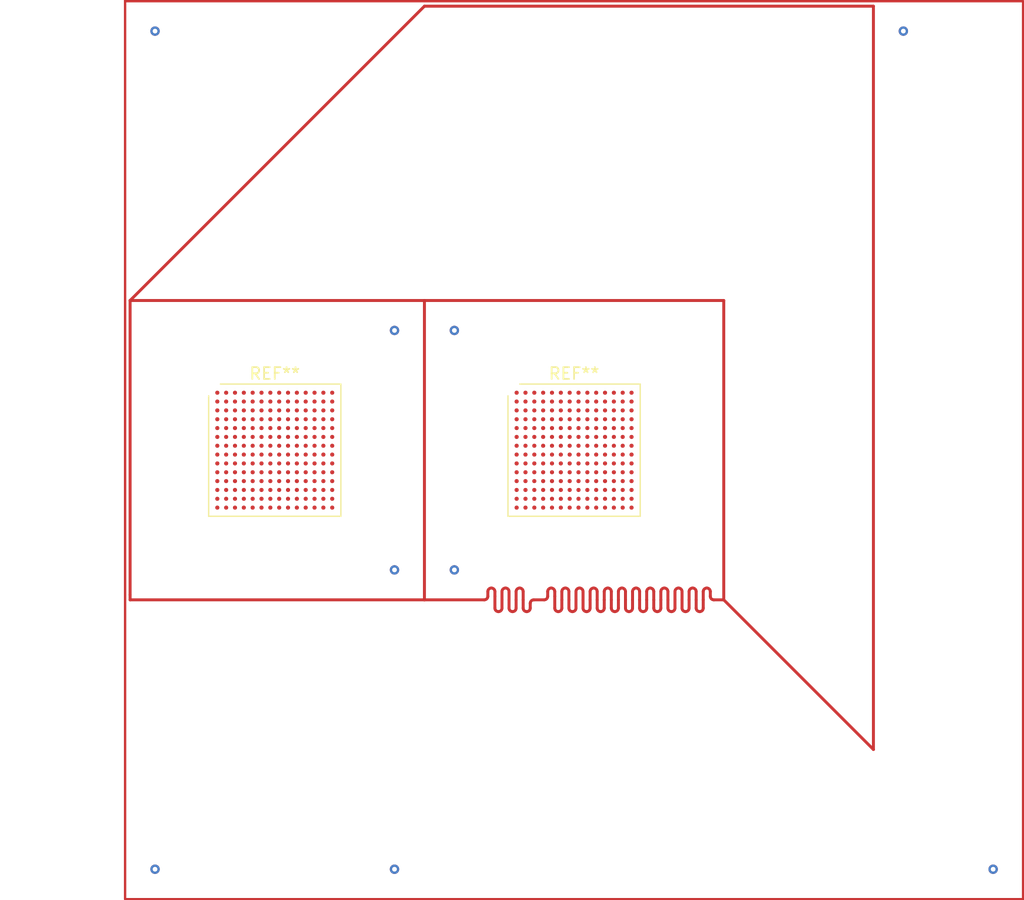
<source format=kicad_pcb>
(kicad_pcb (version 20221018) (generator pcbnew)
  (layers (0 "F.Cu" signal) (31 "B.Cu" signal) (34 "B.Paste" user) (35 "F.Paste" user) (36 "B.SilkS" user "B.Silkscreen") (37 "F.SilkS" user "F.Silkscreen") (38 "B.Mask" user) (39 "F.Mask" user) (44 "Edge.Cuts" user))
  (net 0 "")
  (footprint "Package_BGA:Microchip_TFBGA-196_11x11mm_Layout14x14_P0.75mm_SMD" (layer "F.Cu") (at 139.7 114.3)
    (fp_text reference "REF**")
    (fp_text value "Microchip_TFBGA-196_11x11mm_Layout14x14_P0.75mm_SMD")
  )
  (footprint "Package_BGA:Microchip_TFBGA-196_11x11mm_Layout14x14_P0.75mm_SMD" (layer "F.Cu") (at 114.3 114.3)
    (fp_text reference "REF**")
    (fp_text value "Microchip_TFBGA-196_11x11mm_Layout14x14_P0.75mm_SMD")
  )
  (gr_rect (start 101.6 76.2) (end 177.8 152.4) (stroke (width 0.2)) (fill none) (layer "F.Cu"))
  (segment (start 141.66 126.3) (end 141.66 127) (width 0.25) (layer "F.Cu") (net 0))
  (segment (start 148.86 126.3) (end 148.86 127) (width 0.25) (layer "F.Cu") (net 0))
  (segment (start 127 127) (end 132.08 127) (width 0.25) (layer "F.Cu") (net 0))
  (segment (start 138.66 127.7) (end 138.66 127) (width 0.25) (layer "F.Cu") (net 0))
  (segment (start 134.18 126.3) (end 134.18 127) (width 0.25) (layer "F.Cu") (net 0))
  (segment (start 146.46 127) (end 146.46 127.7) (width 0.25) (layer "F.Cu") (net 0))
  (segment (start 150.66 127) (end 150.66 126.3) (width 0.25) (layer "F.Cu") (net 0))
  (segment (start 144.66 127) (end 144.66 126.3) (width 0.25) (layer "F.Cu") (net 0))
  (segment (start 142.26 127.7) (end 142.26 127) (width 0.25) (layer "F.Cu") (net 0))
  (segment (start 135.38 126.3) (end 135.38 127) (width 0.25) (layer "F.Cu") (net 0))
  (segment (start 139.86 127.7) (end 139.86 127) (width 0.25) (layer "F.Cu") (net 0))
  (segment (start 149.46 127.7) (end 149.46 127) (width 0.25) (layer "F.Cu") (net 0))
  (segment (start 151.26 126.3) (end 151.26 126.7) (width 0.25) (layer "F.Cu") (net 0))
  (segment (start 152.4 127) (end 165.1 139.7) (width 0.25) (layer "F.Cu") (net 0))
  (segment (start 151.56 127) (end 152.4 127) (width 0.25) (layer "F.Cu") (net 0))
  (segment (start 148.26 127.7) (end 148.26 127) (width 0.25) (layer "F.Cu") (net 0))
  (segment (start 146.46 126.3) (end 146.46 127) (width 0.25) (layer "F.Cu") (net 0))
  (segment (start 141.06 127) (end 141.06 126.3) (width 0.25) (layer "F.Cu") (net 0))
  (segment (start 142.86 127) (end 142.86 127.7) (width 0.25) (layer "F.Cu") (net 0))
  (segment (start 141.06 127.7) (end 141.06 127) (width 0.25) (layer "F.Cu") (net 0))
  (segment (start 145.26 127) (end 145.26 127.7) (width 0.25) (layer "F.Cu") (net 0))
  (segment (start 133.58 127) (end 133.58 126.3) (width 0.25) (layer "F.Cu") (net 0))
  (segment (start 150.06 127) (end 150.06 127.7) (width 0.25) (layer "F.Cu") (net 0))
  (segment (start 127 76.625) (end 102.025 101.6) (width 0.25) (layer "F.Cu") (net 0))
  (segment (start 138.66 127) (end 138.66 126.3) (width 0.25) (layer "F.Cu") (net 0))
  (segment (start 145.86 127.7) (end 145.86 127) (width 0.25) (layer "F.Cu") (net 0))
  (segment (start 147.06 127.7) (end 147.06 127) (width 0.25) (layer "F.Cu") (net 0))
  (segment (start 127 127) (end 127 101.6) (width 0.25) (layer "F.Cu") (net 0))
  (segment (start 150.06 126.3) (end 150.06 127) (width 0.25) (layer "F.Cu") (net 0))
  (segment (start 144.06 127) (end 144.06 127.7) (width 0.25) (layer "F.Cu") (net 0))
  (segment (start 139.86 127) (end 139.86 126.3) (width 0.25) (layer "F.Cu") (net 0))
  (segment (start 134.78 127) (end 134.78 126.3) (width 0.25) (layer "F.Cu") (net 0))
  (segment (start 143.46 127) (end 143.46 126.3) (width 0.25) (layer "F.Cu") (net 0))
  (segment (start 127 101.6) (end 102.025 101.6) (width 0.25) (layer "F.Cu") (net 0))
  (segment (start 135.38 127) (end 135.38 127.7) (width 0.25) (layer "F.Cu") (net 0))
  (segment (start 132.98 126.7) (end 132.98 127.7) (width 0.25) (layer "F.Cu") (net 0))
  (segment (start 102.025 126.575) (end 102.025 127) (width 0.25) (layer "F.Cu") (net 0))
  (segment (start 133.58 127.7) (end 133.58 127) (width 0.25) (layer "F.Cu") (net 0))
  (segment (start 140.46 127) (end 140.46 127.7) (width 0.25) (layer "F.Cu") (net 0))
  (segment (start 165.1 76.625) (end 127 76.625) (width 0.25) (layer "F.Cu") (net 0))
  (segment (start 140.46 126.3) (end 140.46 127) (width 0.25) (layer "F.Cu") (net 0))
  (segment (start 142.26 127) (end 142.26 126.3) (width 0.25) (layer "F.Cu") (net 0))
  (segment (start 137.46 126.7) (end 137.46 126.3) (width 0.25) (layer "F.Cu") (net 0))
  (segment (start 148.26 127) (end 148.26 126.3) (width 0.25) (layer "F.Cu") (net 0))
  (segment (start 152.4 101.6) (end 152.4 127) (width 0.25) (layer "F.Cu") (net 0))
  (segment (start 165.1 139.7) (end 165.1 76.625) (width 0.25) (layer "F.Cu") (net 0))
  (segment (start 147.66 127) (end 147.66 127.7) (width 0.25) (layer "F.Cu") (net 0))
  (segment (start 144.66 127.7) (end 144.66 127) (width 0.25) (layer "F.Cu") (net 0))
  (segment (start 143.46 127.7) (end 143.46 127) (width 0.25) (layer "F.Cu") (net 0))
  (segment (start 150.66 127.7) (end 150.66 127) (width 0.25) (layer "F.Cu") (net 0))
  (segment (start 132.98 126.3) (end 132.98 126.7) (width 0.25) (layer "F.Cu") (net 0))
  (segment (start 145.86 127) (end 145.86 126.3) (width 0.25) (layer "F.Cu") (net 0))
  (segment (start 139.26 126.3) (end 139.26 127) (width 0.25) (layer "F.Cu") (net 0))
  (segment (start 147.66 126.3) (end 147.66 127) (width 0.25) (layer "F.Cu") (net 0))
  (segment (start 127 101.6) (end 152.4 101.6) (width 0.25) (layer "F.Cu") (net 0))
  (segment (start 102.025 101.6) (end 102.025 126.575) (width 0.25) (layer "F.Cu") (net 0))
  (segment (start 144.06 126.3) (end 144.06 127) (width 0.25) (layer "F.Cu") (net 0))
  (segment (start 138.06 126.3) (end 138.06 126.7) (width 0.25) (layer "F.Cu") (net 0))
  (segment (start 145.26 126.3) (end 145.26 127) (width 0.25) (layer "F.Cu") (net 0))
  (segment (start 139.26 127) (end 139.26 127.7) (width 0.25) (layer "F.Cu") (net 0))
  (segment (start 149.46 127) (end 149.46 126.3) (width 0.25) (layer "F.Cu") (net 0))
  (segment (start 147.06 127) (end 147.06 126.3) (width 0.25) (layer "F.Cu") (net 0))
  (segment (start 102.025 127) (end 127 127) (width 0.25) (layer "F.Cu") (net 0))
  (segment (start 134.78 127.7) (end 134.78 127) (width 0.25) (layer "F.Cu") (net 0))
  (segment (start 132.38 126.7) (end 132.38 126.3) (width 0.25) (layer "F.Cu") (net 0))
  (segment (start 138.06 126.7) (end 138.06 127.7) (width 0.25) (layer "F.Cu") (net 0))
  (segment (start 141.66 127) (end 141.66 127.7) (width 0.25) (layer "F.Cu") (net 0))
  (segment (start 134.18 127) (end 134.18 127.7) (width 0.25) (layer "F.Cu") (net 0))
  (segment (start 142.86 126.3) (end 142.86 127) (width 0.25) (layer "F.Cu") (net 0))
  (segment (start 148.86 127) (end 148.86 127.7) (width 0.25) (layer "F.Cu") (net 0))
  (segment (start 136.28 127) (end 137.16 127) (width 0.25) (layer "F.Cu") (net 0))
  (segment (start 135.98 127.7) (end 135.98 127.3) (width 0.25) (layer "F.Cu") (net 0))
  (via (at 175.26 149.86) (size 0.8) (drill 0.4) (layers "F.Cu" "B.Cu") (net 0))
  (via (at 167.64 78.74) (size 0.8) (drill 0.4) (layers "F.Cu" "B.Cu") (net 0))
  (via (at 104.14 78.74) (size 0.8) (drill 0.4) (layers "F.Cu" "B.Cu") (net 0))
  (via (at 124.46 149.86) (size 0.8) (drill 0.4) (layers "F.Cu" "B.Cu") (net 0))
  (via (at 124.46 104.14) (size 0.8) (drill 0.4) (layers "F.Cu" "B.Cu") (net 0))
  (via (at 124.46 124.46) (size 0.8) (drill 0.4) (layers "F.Cu" "B.Cu") (net 0))
  (via (at 129.54 104.14) (size 0.8) (drill 0.4) (layers "F.Cu" "B.Cu") (net 0))
  (via (at 129.54 124.46) (size 0.8) (drill 0.4) (layers "F.Cu" "B.Cu") (net 0))
  (via (at 104.14 149.86) (size 0.8) (drill 0.4) (layers "F.Cu" "B.Cu") (net 0))
  (arc (start 135.98 127.3) (mid 136.067868 127.087868) (end 136.28 127) (width 0.25) (layer "F.Cu") (net 0))
  (arc (start 140.46 127.7) (mid 140.547868 127.912132) (end 140.76 128) (width 0.25) (layer "F.Cu") (net 0))
  (arc (start 134.78 126.3) (mid 134.867868 126.087868) (end 135.08 126) (width 0.25) (layer "F.Cu") (net 0))
  (arc (start 137.46 126.3) (mid 137.547868 126.087868) (end 137.76 126) (width 0.25) (layer "F.Cu") (net 0))
  (arc (start 143.76 126) (mid 143.972132 126.087868) (end 144.06 126.3) (width 0.25) (layer "F.Cu") (net 0))
  (arc (start 133.28 128) (mid 133.492132 127.912132) (end 133.58 127.7) (width 0.25) (layer "F.Cu") (net 0))
  (arc (start 147.06 126.3) (mid 147.147868 126.087868) (end 147.36 126) (width 0.25) (layer "F.Cu") (net 0))
  (arc (start 150.96 126) (mid 151.172132 126.087868) (end 151.26 126.3) (width 0.25) (layer "F.Cu") (net 0))
  (arc (start 142.56 126) (mid 142.772132 126.087868) (end 142.86 126.3) (width 0.25) (layer "F.Cu") (net 0))
  (arc (start 139.56 128) (mid 139.772132 127.912132) (end 139.86 127.7) (width 0.25) (layer "F.Cu") (net 0))
  (arc (start 145.86 126.3) (mid 145.947868 126.087868) (end 146.16 126) (width 0.25) (layer "F.Cu") (net 0))
  (arc (start 133.88 126) (mid 134.092132 126.087868) (end 134.18 126.3) (width 0.25) (layer "F.Cu") (net 0))
  (arc (start 140.16 126) (mid 140.372132 126.087868) (end 140.46 126.3) (width 0.25) (layer "F.Cu") (net 0))
  (arc (start 146.16 126) (mid 146.372132 126.087868) (end 146.46 126.3) (width 0.25) (layer "F.Cu") (net 0))
  (arc (start 148.26 126.3) (mid 148.347868 126.087868) (end 148.56 126) (width 0.25) (layer "F.Cu") (net 0))
  (arc (start 138.36 128) (mid 138.572132 127.912132) (end 138.66 127.7) (width 0.25) (layer "F.Cu") (net 0))
  (arc (start 147.96 128) (mid 148.172132 127.912132) (end 148.26 127.7) (width 0.25) (layer "F.Cu") (net 0))
  (arc (start 134.18 127.7) (mid 134.267868 127.912132) (end 134.48 128) (width 0.25) (layer "F.Cu") (net 0))
  (arc (start 138.06 127.7) (mid 138.147868 127.912132) (end 138.36 128) (width 0.25) (layer "F.Cu") (net 0))
  (arc (start 146.76 128) (mid 146.972132 127.912132) (end 147.06 127.7) (width 0.25) (layer "F.Cu") (net 0))
  (arc (start 143.46 126.3) (mid 143.547868 126.087868) (end 143.76 126) (width 0.25) (layer "F.Cu") (net 0))
  (arc (start 133.58 126.3) (mid 133.667868 126.087868) (end 133.88 126) (width 0.25) (layer "F.Cu") (net 0))
  (arc (start 144.06 127.7) (mid 144.147868 127.912132) (end 144.36 128) (width 0.25) (layer "F.Cu") (net 0))
  (arc (start 144.96 126) (mid 145.172132 126.087868) (end 145.26 126.3) (width 0.25) (layer "F.Cu") (net 0))
  (arc (start 143.16 128) (mid 143.372132 127.912132) (end 143.46 127.7) (width 0.25) (layer "F.Cu") (net 0))
  (arc (start 144.36 128) (mid 144.572132 127.912132) (end 144.66 127.7) (width 0.25) (layer "F.Cu") (net 0))
  (arc (start 142.86 127.7) (mid 142.947868 127.912132) (end 143.16 128) (width 0.25) (layer "F.Cu") (net 0))
  (arc (start 147.36 126) (mid 147.572132 126.087868) (end 147.66 126.3) (width 0.25) (layer "F.Cu") (net 0))
  (arc (start 137.76 126) (mid 137.972132 126.087868) (end 138.06 126.3) (width 0.25) (layer "F.Cu") (net 0))
  (arc (start 135.38 127.7) (mid 135.467868 127.912132) (end 135.68 128) (width 0.25) (layer "F.Cu") (net 0))
  (arc (start 145.26 127.7) (mid 145.347868 127.912132) (end 145.56 128) (width 0.25) (layer "F.Cu") (net 0))
  (arc (start 141.36 126) (mid 141.572132 126.087868) (end 141.66 126.3) (width 0.25) (layer "F.Cu") (net 0))
  (arc (start 141.06 126.3) (mid 141.147868 126.087868) (end 141.36 126) (width 0.25) (layer "F.Cu") (net 0))
  (arc (start 144.66 126.3) (mid 144.747868 126.087868) (end 144.96 126) (width 0.25) (layer "F.Cu") (net 0))
  (arc (start 134.48 128) (mid 134.692132 127.912132) (end 134.78 127.7) (width 0.25) (layer "F.Cu") (net 0))
  (arc (start 139.86 126.3) (mid 139.947868 126.087868) (end 140.16 126) (width 0.25) (layer "F.Cu") (net 0))
  (arc (start 139.26 127.7) (mid 139.347868 127.912132) (end 139.56 128) (width 0.25) (layer "F.Cu") (net 0))
  (arc (start 132.08 127) (mid 132.292132 126.912132) (end 132.38 126.7) (width 0.25) (layer "F.Cu") (net 0))
  (arc (start 132.98 127.7) (mid 133.067868 127.912132) (end 133.28 128) (width 0.25) (layer "F.Cu") (net 0))
  (arc (start 149.46 126.3) (mid 149.547868 126.087868) (end 149.76 126) (width 0.25) (layer "F.Cu") (net 0))
  (arc (start 146.46 127.7) (mid 146.547868 127.912132) (end 146.76 128) (width 0.25) (layer "F.Cu") (net 0))
  (arc (start 147.66 127.7) (mid 147.747868 127.912132) (end 147.96 128) (width 0.25) (layer "F.Cu") (net 0))
  (arc (start 150.06 127.7) (mid 150.147868 127.912132) (end 150.36 128) (width 0.25) (layer "F.Cu") (net 0))
  (arc (start 148.86 127.7) (mid 148.947868 127.912132) (end 149.16 128) (width 0.25) (layer "F.Cu") (net 0))
  (arc (start 141.96 128) (mid 142.172132 127.912132) (end 142.26 127.7) (width 0.25) (layer "F.Cu") (net 0))
  (arc (start 145.56 128) (mid 145.772132 127.912132) (end 145.86 127.7) (width 0.25) (layer "F.Cu") (net 0))
  (arc (start 132.38 126.3) (mid 132.467868 126.087868) (end 132.68 126) (width 0.25) (layer "F.Cu") (net 0))
  (arc (start 150.66 126.3) (mid 150.747868 126.087868) (end 150.96 126) (width 0.25) (layer "F.Cu") (net 0))
  (arc (start 142.26 126.3) (mid 142.347868 126.087868) (end 142.56 126) (width 0.25) (layer "F.Cu") (net 0))
  (arc (start 141.66 127.7) (mid 141.747868 127.912132) (end 141.96 128) (width 0.25) (layer "F.Cu") (net 0))
  (arc (start 149.16 128) (mid 149.372132 127.912132) (end 149.46 127.7) (width 0.25) (layer "F.Cu") (net 0))
  (arc (start 151.26 126.7) (mid 151.347868 126.912132) (end 151.56 127) (width 0.25) (layer "F.Cu") (net 0))
  (arc (start 135.68 128) (mid 135.892132 127.912132) (end 135.98 127.7) (width 0.25) (layer "F.Cu") (net 0))
  (arc (start 135.08 126) (mid 135.292132 126.087868) (end 135.38 126.3) (width 0.25) (layer "F.Cu") (net 0))
  (arc (start 138.66 126.3) (mid 138.747868 126.087868) (end 138.96 126) (width 0.25) (layer "F.Cu") (net 0))
  (arc (start 138.96 126) (mid 139.172132 126.087868) (end 139.26 126.3) (width 0.25) (layer "F.Cu") (net 0))
  (arc (start 137.16 127) (mid 137.372132 126.912132) (end 137.46 126.7) (width 0.25) (layer "F.Cu") (net 0))
  (arc (start 149.76 126) (mid 149.972132 126.087868) (end 150.06 126.3) (width 0.25) (layer "F.Cu") (net 0))
  (arc (start 140.76 128) (mid 140.972132 127.912132) (end 141.06 127.7) (width 0.25) (layer "F.Cu") (net 0))
  (arc (start 148.56 126) (mid 148.772132 126.087868) (end 148.86 126.3) (width 0.25) (layer "F.Cu") (net 0))
  (arc (start 150.36 128) (mid 150.572132 127.912132) (end 150.66 127.7) (width 0.25) (layer "F.Cu") (net 0))
  (arc (start 132.68 126) (mid 132.892132 126.087868) (end 132.98 126.3) (width 0.25) (layer "F.Cu") (net 0))
)
</source>
